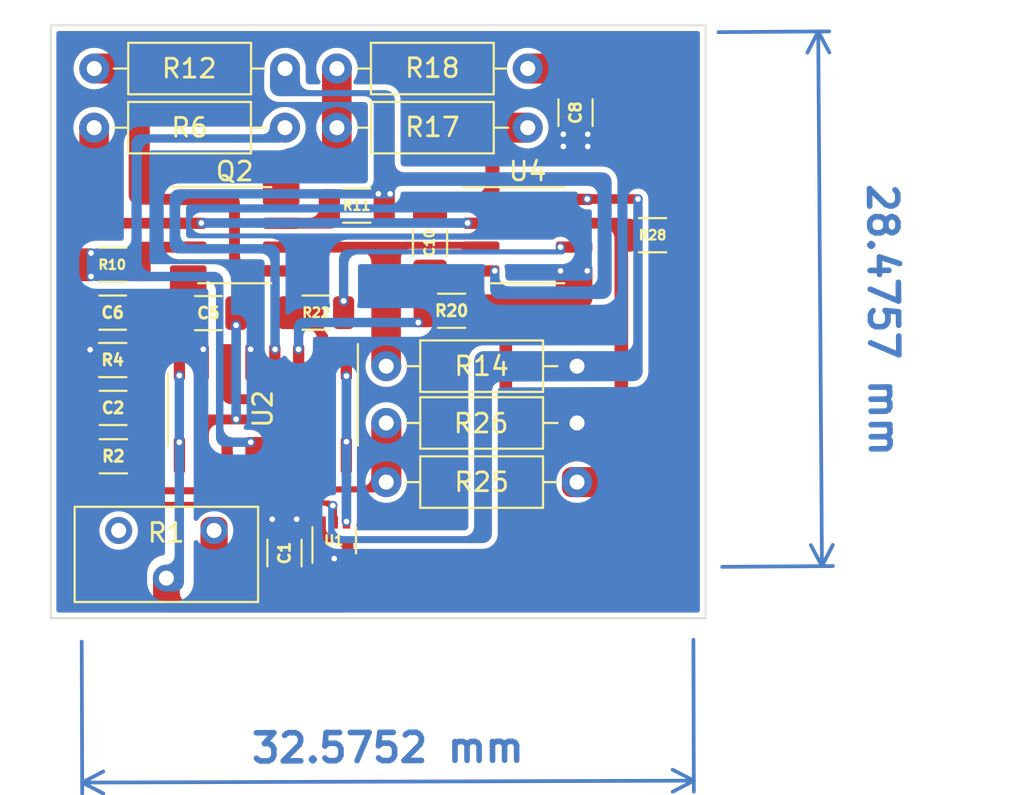
<source format=kicad_pcb>
(kicad_pcb (version 20211014) (generator pcbnew)
  (layers (0 "F.Cu" signal) (31 "B.Cu" signal) (34 "B.Paste" user) (35 "F.Paste" user) (36 "B.SilkS" user "B.Silkscreen") (37 "F.SilkS" user "F.Silkscreen") (38 "B.Mask" user) (39 "F.Mask" user) (44 "Edge.Cuts" user))
  (net 0 "")
  (net 1 "Net-(C2-Pad2)")
  (net 2 "Net-(C5-Pad1)")
  (net 3 "Net-(C5-Pad2)")
  (net 4 "Net-(C8-Pad1)")
  (net 5 "Net-(C10-Pad1)")
  (net 6 "Net-(C10-Pad2)")
  (net 7 "Net-(Q2-Pad1)")
  (net 8 "Net-(Q2-Pad2)")
  (net 9 "Net-(Q2-Pad3)")
  (net 10 "Net-(Q2-Pad6)")
  (net 11 "Net-(Q2-Pad7)")
  (net 12 "Net-(Q2-Pad8)")
  (net 13 "Net-(C1-Pad2)")
  (net 14 "-5V")
  (net 15 "Net-(R22-Pad1)")
  (net 16 "Net-(R22-Pad2)")
  (net 17 "Net-(R25-Pad1)")
  (net 18 "/S1")
  (net 19 "+5V")
  (net 20 "/S2")
  (net 21 "Net-(R25-Pad2)")
  (net 22 "GND")
  (footprint "Resistor_THT:R_Axial_DIN0207_L6.3mm_D2.5mm_P10.16mm_Horizontal" (layer "F.Cu") (at 230.08 132.575 180)
    (fp_text reference "R14" (at 5.08 0) (layer "F.SilkS"))
    (fp_text value "909" hide)
    (fp_line (start 8.35 1.37) (end 8.35 -1.37) (layer "F.SilkS") (width 0.12))
    (fp_line (start 1.81 1.37) (end 8.35 1.37) (layer "F.SilkS") (width 0.12))
    (fp_line (start 1.81 -1.37) (end 1.81 1.37) (layer "F.SilkS") (width 0.12))
    (fp_line (start 9.12 0) (end 8.35 0) (layer "F.SilkS") (width 0.12))
    (fp_line (start 1.04 0) (end 1.81 0) (layer "F.SilkS") (width 0.12))
    (fp_line (start 8.35 -1.37) (end 1.81 -1.37) (layer "F.SilkS") (width 0.12))
    (pad "1" thru_hole circle (at 0 0 180) (size 1.6 1.6) (drill 0.8) (layers *.Cu *.Mask) (net 19 "+5V"))
    (pad "2" thru_hole oval (at 10.16 0 180) (size 1.6 1.6) (drill 0.8) (layers *.Cu *.Mask) (net 10 "Net-(Q2-Pad6)"))
  )
  (footprint "Resistor_THT:R_Axial_DIN0207_L6.3mm_D2.5mm_P10.16mm_Horizontal" (layer "F.Cu") (at 214.525 119.875 180)
    (fp_text reference "R6" (at 5.075 0) (layer "F.SilkS"))
    (fp_text value "909" hide)
    (fp_line (start 1.81 -1.37) (end 1.81 1.37) (layer "F.SilkS") (width 0.12))
    (fp_line (start 1.81 1.37) (end 8.35 1.37) (layer "F.SilkS") (width 0.12))
    (fp_line (start 8.35 1.37) (end 8.35 -1.37) (layer "F.SilkS") (width 0.12))
    (fp_line (start 8.35 -1.37) (end 1.81 -1.37) (layer "F.SilkS") (width 0.12))
    (fp_line (start 1.04 0) (end 1.81 0) (layer "F.SilkS") (width 0.12))
    (fp_line (start 9.12 0) (end 8.35 0) (layer "F.SilkS") (width 0.12))
    (pad "1" thru_hole circle (at 0 0 180) (size 1.6 1.6) (drill 0.8) (layers *.Cu *.Mask) (net 19 "+5V"))
    (pad "2" thru_hole oval (at 10.16 0 180) (size 1.6 1.6) (drill 0.8) (layers *.Cu *.Mask) (net 8 "Net-(Q2-Pad2)"))
  )
  (footprint "Capacitor_SMD:C_1206_3216Metric" (layer "F.Cu") (at 230 119.075 -90)
    (fp_text reference "C8" (at 0 0 90) (layer "F.SilkS") (effects (font (size 0.6 0.6))))
    (fp_text value "1uF" hide)
    (fp_line (start -0.711252 0.91) (end 0.711252 0.91) (layer "F.SilkS") (width 0.12))
    (fp_line (start -0.711252 -0.91) (end 0.711252 -0.91) (layer "F.SilkS") (width 0.12))
    (pad "1" smd roundrect (at -1.475 0 270) (size 1.15 1.8) (layers "F.Cu" "F.Paste" "F.Mask") (roundrect_rratio 0.2173913043) (net 4 "Net-(C8-Pad1)"))
    (pad "2" smd roundrect (at 1.475 0 270) (size 1.15 1.8) (layers "F.Cu" "F.Paste" "F.Mask") (roundrect_rratio 0.2173913043) (net 22 "GND"))
  )
  (footprint "Resistor_SMD:R_1206_3216Metric" (layer "F.Cu") (at 216.1875 129.725)
    (fp_text reference "R22" (at 0 0) (layer "F.SilkS") (effects (font (size 0.5 0.5) (thickness 0.125))))
    (fp_text value "240k" hide)
    (fp_line (start -0.727064 -0.91) (end 0.727064 -0.91) (layer "F.SilkS") (width 0.12))
    (fp_line (start -0.727064 0.91) (end 0.727064 0.91) (layer "F.SilkS") (width 0.12))
    (pad "1" smd roundrect (at -1.4625 0) (size 1.125 1.75) (layers "F.Cu" "F.Paste" "F.Mask") (roundrect_rratio 0.2222222222) (net 15 "Net-(R22-Pad1)"))
    (pad "2" smd roundrect (at 1.4625 0) (size 1.125 1.75) (layers "F.Cu" "F.Paste" "F.Mask") (roundrect_rratio 0.2222222222) (net 16 "Net-(R22-Pad2)"))
  )
  (footprint "Resistor_SMD:R_1206_3216Metric" (layer "F.Cu") (at 205.35 132.25 180)
    (fp_text reference "R4" (at 0 0) (layer "F.SilkS") (effects (font (size 0.6 0.6))))
    (fp_text value "100K" hide)
    (fp_line (start -0.727064 -0.91) (end 0.727064 -0.91) (layer "F.SilkS") (width 0.12))
    (fp_line (start -0.727064 0.91) (end 0.727064 0.91) (layer "F.SilkS") (width 0.12))
    (pad "1" smd roundrect (at -1.4625 0 180) (size 1.125 1.75) (layers "F.Cu" "F.Paste" "F.Mask") (roundrect_rratio 0.2222222222) (net 3 "Net-(C5-Pad2)"))
    (pad "2" smd roundrect (at 1.4625 0 180) (size 1.125 1.75) (layers "F.Cu" "F.Paste" "F.Mask") (roundrect_rratio 0.2222222222) (net 22 "GND"))
  )
  (footprint "Potentiometer_THT:Potentiometer_Bourns_3296Y_Vertical" (layer "F.Cu") (at 210.75 141.325)
    (fp_text reference "R1" (at -2.55 0.125) (layer "F.SilkS"))
    (fp_text value "R_Trim" hide)
    (fp_line (start -7.425 3.81) (end 2.345 3.81) (layer "F.SilkS") (width 0.12))
    (fp_line (start -7.425 -1.26) (end 2.345 -1.26) (layer "F.SilkS") (width 0.12))
    (fp_line (start -7.425 -1.26) (end -7.425 3.81) (layer "F.SilkS") (width 0.12))
    (fp_line (start 2.345 -1.26) (end 2.345 3.81) (layer "F.SilkS") (width 0.12))
    (pad "1" thru_hole circle (at 0 0) (size 1.44 1.44) (drill 0.8) (layers *.Cu *.Mask) (net 13 "Net-(C1-Pad2)"))
    (pad "2" thru_hole circle (at -2.54 2.54) (size 1.44 1.44) (drill 0.8) (layers *.Cu *.Mask) (net 20 "/S2"))
    (pad "3" thru_hole circle (at -5.08 0) (size 1.44 1.44) (drill 0.8) (layers *.Cu *.Mask))
  )
  (footprint "Resistor_THT:R_Axial_DIN0207_L6.3mm_D2.5mm_P10.16mm_Horizontal" (layer "F.Cu") (at 230.08 138.75 180)
    (fp_text reference "R25" (at 5.08 0) (layer "F.SilkS"))
    (fp_text value "10k" hide)
    (fp_line (start 1.04 0) (end 1.81 0) (layer "F.SilkS") (width 0.12))
    (fp_line (start 8.35 -1.37) (end 1.81 -1.37) (layer "F.SilkS") (width 0.12))
    (fp_line (start 1.81 -1.37) (end 1.81 1.37) (layer "F.SilkS") (width 0.12))
    (fp_line (start 8.35 1.37) (end 8.35 -1.37) (layer "F.SilkS") (width 0.12))
    (fp_line (start 1.81 1.37) (end 8.35 1.37) (layer "F.SilkS") (width 0.12))
    (fp_line (start 9.12 0) (end 8.35 0) (layer "F.SilkS") (width 0.12))
    (pad "1" thru_hole circle (at 0 0 180) (size 1.6 1.6) (drill 0.8) (layers *.Cu *.Mask) (net 17 "Net-(R25-Pad1)"))
    (pad "2" thru_hole oval (at 10.16 0 180) (size 1.6 1.6) (drill 0.8) (layers *.Cu *.Mask) (net 21 "Net-(R25-Pad2)"))
  )
  (footprint "Package_SO:SOIC-8_3.9x4.9mm_P1.27mm" (layer "F.Cu") (at 227.45 125.6)
    (fp_text reference "U4" (at 0 -3.4) (layer "F.SilkS"))
    (fp_text value "ADA4522-2" hide)
    (fp_line (start 0 -2.56) (end -3.45 -2.56) (layer "F.SilkS") (width 0.12))
    (fp_line (start 0 2.56) (end -1.95 2.56) (layer "F.SilkS") (width 0.12))
    (fp_line (start 0 -2.56) (end 1.95 -2.56) (layer "F.SilkS") (width 0.12))
    (fp_line (start 0 2.56) (end 1.95 2.56) (layer "F.SilkS") (width 0.12))
    (pad "1" smd roundrect (at -2.475 -1.905) (size 1.95 0.6) (layers "F.Cu" "F.Paste" "F.Mask") (net 5 "Net-(C10-Pad1)"))
    (pad "2" smd roundrect (at -2.475 -0.635) (size 1.95 0.6) (layers "F.Cu" "F.Paste" "F.Mask") (net 8 "Net-(Q2-Pad2)"))
    (pad "3" smd roundrect (at -2.475 0.635) (size 1.95 0.6) (layers "F.Cu" "F.Paste" "F.Mask") (net 10 "Net-(Q2-Pad6)"))
    (pad "4" smd roundrect (at -2.475 1.905) (size 1.95 0.6) (layers "F.Cu" "F.Paste" "F.Mask") (net 14 "-5V"))
    (pad "5" smd roundrect (at 2.475 1.905) (size 1.95 0.6) (layers "F.Cu" "F.Paste" "F.Mask") (net 22 "GND"))
    (pad "6" smd roundrect (at 2.475 0.635) (size 1.95 0.6) (layers "F.Cu" "F.Paste" "F.Mask") (net 16 "Net-(R22-Pad2)"))
    (pad "7" smd roundrect (at 2.475 -0.635) (size 1.95 0.6) (layers "F.Cu" "F.Paste" "F.Mask") (net 17 "Net-(R25-Pad1)"))
    (pad "8" smd roundrect (at 2.475 -1.905) (size 1.95 0.6) (layers "F.Cu" "F.Paste" "F.Mask") (net 19 "+5V"))
  )
  (footprint "Package_SO:SOIC-16_3.9x9.9mm_P1.27mm" (layer "F.Cu") (at 213.35 134.85 -90)
    (fp_text reference "U2" (at 0 0 90) (layer "F.SilkS"))
    (fp_text value "DG412xY" hide)
    (fp_line (start 0 -5.06) (end 1.95 -5.06) (layer "F.SilkS") (width 0.12))
    (fp_line (start 0 5.06) (end 1.95 5.06) (layer "F.SilkS") (width 0.12))
    (fp_line (start 0 -5.06) (end -3.45 -5.06) (layer "F.SilkS") (width 0.12))
    (fp_line (start 0 5.06) (end -1.95 5.06) (layer "F.SilkS") (width 0.12))
    (pad "1" smd roundrect (at -2.475 -4.445 270) (size 1.95 0.6) (layers "F.Cu" "F.Paste" "F.Mask") (net 18 "/S1"))
    (pad "2" smd roundrect (at -2.475 -3.175 270) (size 1.95 0.6) (layers "F.Cu" "F.Paste" "F.Mask") (net 15 "Net-(R22-Pad1)"))
    (pad "3" smd roundrect (at -2.475 -1.905 270) (size 1.95 0.6) (layers "F.Cu" "F.Paste" "F.Mask") (net 6 "Net-(C10-Pad2)"))
    (pad "4" smd roundrect (at -2.475 -0.635 270) (size 1.95 0.6) (layers "F.Cu" "F.Paste" "F.Mask") (net 14 "-5V"))
    (pad "5" smd roundrect (at -2.475 0.635 270) (size 1.95 0.6) (layers "F.Cu" "F.Paste" "F.Mask") (net 22 "GND"))
    (pad "6" smd roundrect (at -2.475 1.905 270) (size 1.95 0.6) (layers "F.Cu" "F.Paste" "F.Mask") (net 15 "Net-(R22-Pad1)"))
    (pad "7" smd roundrect (at -2.475 3.175 270) (size 1.95 0.6) (layers "F.Cu" "F.Paste" "F.Mask") (net 22 "GND"))
    (pad "8" smd roundrect (at -2.475 4.445 270) (size 1.95 0.6) (layers "F.Cu" "F.Paste" "F.Mask") (net 20 "/S2"))
    (pad "9" smd roundrect (at 2.475 4.445 270) (size 1.95 0.6) (layers "F.Cu" "F.Paste" "F.Mask") (net 20 "/S2"))
    (pad "10" smd roundrect (at 2.475 3.175 270) (size 1.95 0.6) (layers "F.Cu" "F.Paste" "F.Mask") (net 2 "Net-(C5-Pad1)"))
    (pad "11" smd roundrect (at 2.475 1.905 270) (size 1.95 0.6) (layers "F.Cu" "F.Paste" "F.Mask") (net 1 "Net-(C2-Pad2)"))
    (pad "12" smd roundrect (at 2.475 0.635 270) (size 1.95 0.6) (layers "F.Cu" "F.Paste" "F.Mask") (net 19 "+5V"))
    (pad "13" smd roundrect (at 2.475 -0.635 270) (size 1.95 0.6) (layers "F.Cu" "F.Paste" "F.Mask") (net 19 "+5V"))
    (pad "14" smd roundrect (at 2.475 -1.905 270) (size 1.95 0.6) (layers "F.Cu" "F.Paste" "F.Mask") (net 21 "Net-(R25-Pad2)"))
    (pad "15" smd roundrect (at 2.475 -3.175 270) (size 1.95 0.6) (layers "F.Cu" "F.Paste" "F.Mask") (net 2 "Net-(C5-Pad1)"))
    (pad "16" smd roundrect (at 2.475 -4.445 270) (size 1.95 0.6) (layers "F.Cu" "F.Paste" "F.Mask") (net 18 "/S1"))
  )
  (footprint "Resistor_SMD:R_1206_3216Metric" (layer "F.Cu") (at 223.4 129.625)
    (fp_text reference "R20" (at 0 0) (layer "F.SilkS") (effects (font (size 0.6 0.6))))
    (fp_text value "100k" hide)
    (fp_line (start -0.727064 0.91) (end 0.727064 0.91) (layer "F.SilkS") (width 0.12))
    (fp_line (start -0.727064 -0.91) (end 0.727064 -0.91) (layer "F.SilkS") (width 0.12))
    (pad "1" smd roundrect (at -1.4625 0) (size 1.125 1.75) (layers "F.Cu" "F.Paste" "F.Mask") (roundrect_rratio 0.2222222222) (net 6 "Net-(C10-Pad2)"))
    (pad "2" smd roundrect (at 1.4625 0) (size 1.125 1.75) (layers "F.Cu" "F.Paste" "F.Mask") (roundrect_rratio 0.2222222222) (net 22 "GND"))
  )
  (footprint "Package_TO_SOT_SMD:SOT-363_SC-70-6" (layer "F.Cu") (at 217.15 141.85 90)
    (fp_text reference "U1" (at 0 -0.025 180) (layer "F.SilkS") (effects (font (size 0.5 0.5) (thickness 0.125))))
    (fp_text value "74LVC2G14" hide)
    (fp_line (start 0.7 -1.16) (end -1.2 -1.16) (layer "F.SilkS") (width 0.12))
    (fp_line (start -0.7 1.16) (end 0.7 1.16) (layer "F.SilkS") (width 0.12))
    (pad "1" smd rect (at -0.95 -0.65 90) (size 0.65 0.4) (layers "F.Cu" "F.Paste" "F.Mask") (net 13 "Net-(C1-Pad2)"))
    (pad "2" smd rect (at -0.95 0 90) (size 0.65 0.4) (layers "F.Cu" "F.Paste" "F.Mask") (net 22 "GND"))
    (pad "3" smd rect (at -0.95 0.65 90) (size 0.65 0.4) (layers "F.Cu" "F.Paste" "F.Mask") (net 20 "/S2"))
    (pad "4" smd rect (at 0.95 0.65 90) (size 0.65 0.4) (layers "F.Cu" "F.Paste" "F.Mask") (net 18 "/S1"))
    (pad "5" smd rect (at 0.95 0 90) (size 0.65 0.4) (layers "F.Cu" "F.Paste" "F.Mask") (net 19 "+5V"))
    (pad "6" smd rect (at 0.95 -0.65 90) (size 0.65 0.4) (layers "F.Cu" "F.Paste" "F.Mask") (net 20 "/S2"))
  )
  (footprint "Capacitor_SMD:C_1206_3216Metric" (layer "F.Cu") (at 205.375 134.8)
    (fp_text reference "C2" (at 0 0) (layer "F.SilkS") (effects (font (size 0.6 0.6))))
    (fp_text value ".47uF" hide)
    (fp_line (start -0.711252 0.91) (end 0.711252 0.91) (layer "F.SilkS") (width 0.12))
    (fp_line (start -0.711252 -0.91) (end 0.711252 -0.91) (layer "F.SilkS") (width 0.12))
    (pad "1" smd roundrect (at -1.475 0) (size 1.15 1.8) (layers "F.Cu" "F.Paste" "F.Mask") (roundrect_rratio 0.2173913043) (net 22 "GND"))
    (pad "2" smd roundrect (at 1.475 0) (size 1.15 1.8) (layers "F.Cu" "F.Paste" "F.Mask") (roundrect_rratio 0.2173913043) (net 1 "Net-(C2-Pad2)"))
  )
  (footprint "Resistor_SMD:R_1206_3216Metric" (layer "F.Cu") (at 218.35 124.025)
    (fp_text reference "R11" (at 0 0) (layer "F.SilkS") (effects (font (size 0.5 0.5) (thickness 0.125))))
    (fp_text value "100" hide)
    (fp_line (start -0.727064 0.91) (end 0.727064 0.91) (layer "F.SilkS") (width 0.12))
    (fp_line (start -0.727064 -0.91) (end 0.727064 -0.91) (layer "F.SilkS") (width 0.12))
    (pad "1" smd roundrect (at -1.4625 0) (size 1.125 1.75) (layers "F.Cu" "F.Paste" "F.Mask") (roundrect_rratio 0.2222222222) (net 11 "Net-(Q2-Pad7)"))
    (pad "2" smd roundrect (at 1.4625 0) (size 1.125 1.75) (layers "F.Cu" "F.Paste" "F.Mask") (roundrect_rratio 0.2222222222) (net 14 "-5V"))
  )
  (footprint "Package_SO:SOIC-8_3.9x4.9mm_P1.27mm" (layer "F.Cu") (at 211.85 125.6)
    (fp_text reference "Q2" (at 0 -3.4) (layer "F.SilkS"))
    (fp_text value "JFE2140" hide)
    (fp_line (start 0 2.56) (end -1.95 2.56) (layer "F.SilkS") (width 0.12))
    (fp_line (start 0 -2.56) (end -3.45 -2.56) (layer "F.SilkS") (width 0.12))
    (fp_line (start 0 2.56) (end 1.95 2.56) (layer "F.SilkS") (width 0.12))
    (fp_line (start 0 -2.56) (end 1.95 -2.56) (layer "F.SilkS") (width 0.12))
    (pad "1" smd roundrect (at -2.475 -1.905) (size 1.95 0.6) (layers "F.Cu" "F.Paste" "F.Mask") (net 7 "Net-(Q2-Pad1)"))
    (pad "2" smd roundrect (at -2.475 -0.635) (size 1.95 0.6) (layers "F.Cu" "F.Paste" "F.Mask") (net 8 "Net-(Q2-Pad2)"))
    (pad "3" smd roundrect (at -2.475 0.635) (size 1.95 0.6) (layers "F.Cu" "F.Paste" "F.Mask") (net 9 "Net-(Q2-Pad3)"))
    (pad "4" smd roundrect (at -2.475 1.905) (size 1.95 0.6) (layers "F.Cu" "F.Paste" "F.Mask") (net 3 "Net-(C5-Pad2)"))
    (pad "5" smd roundrect (at 2.475 1.905) (size 1.95 0.6) (layers "F.Cu" "F.Paste" "F.Mask") (net 7 "Net-(Q2-Pad1)"))
    (pad "6" smd roundrect (at 2.475 0.635) (size 1.95 0.6) (layers "F.Cu" "F.Paste" "F.Mask") (net 10 "Net-(Q2-Pad6)"))
    (pad "7" smd roundrect (at 2.475 -0.635) (size 1.95 0.6) (layers "F.Cu" "F.Paste" "F.Mask") (net 11 "Net-(Q2-Pad7)"))
    (pad "8" smd roundrect (at 2.475 -1.905) (size 1.95 0.6) (layers "F.Cu" "F.Paste" "F.Mask") (net 12 "Net-(Q2-Pad8)"))
  )
  (footprint "Resistor_THT:R_Axial_DIN0207_L6.3mm_D2.5mm_P10.16mm_Horizontal" (layer "F.Cu") (at 204.37 116.725)
    (fp_text reference "R12" (at 5.055 0) (layer "F.SilkS"))
    (fp_text value "499" hide)
    (fp_line (start 1.81 -1.37) (end 1.81 1.37) (layer "F.SilkS") (width 0.12))
    (fp_line (start 1.04 0) (end 1.81 0) (layer "F.SilkS") (width 0.12))
    (fp_line (start 8.35 -1.37) (end 1.81 -1.37) (layer "F.SilkS") (width 0.12))
    (fp_line (start 8.35 1.37) (end 8.35 -1.37) (layer "F.SilkS") (width 0.12))
    (fp_line (start 1.81 1.37) (end 8.35 1.37) (layer "F.SilkS") (width 0.12))
    (fp_line (start 9.12 0) (end 8.35 0) (layer "F.SilkS") (width 0.12))
    (pad "1" thru_hole circle (at 0 0) (size 1.6 1.6) (drill 0.8) (layers *.Cu *.Mask) (net 7 "Net-(Q2-Pad1)"))
    (pad "2" thru_hole oval (at 10.16 0) (size 1.6 1.6) (drill 0.8) (layers *.Cu *.Mask) (net 14 "-5V"))
  )
  (footprint "Resistor_SMD:R_1206_3216Metric" (layer "F.Cu") (at 205.3875 137.375)
    (fp_text reference "R2" (at 0 0) (layer "F.SilkS") (effects (font (size 0.6 0.6))))
    (fp_text value "3K" hide)
    (fp_line (start -0.727064 -0.91) (end 0.727064 -0.91) (layer "F.SilkS") (width 0.12))
    (fp_line (start -0.727064 0.91) (end 0.727064 0.91) (layer "F.SilkS") (width 0.12))
    (pad "1" smd roundrect (at -1.4625 0) (size 1.125 1.75) (layers "F.Cu" "F.Paste" "F.Mask") (roundrect_rratio 0.2222222222))
    (pad "2" smd roundrect (at 1.4625 0) (size 1.125 1.75) (layers "F.Cu" "F.Paste" "F.Mask") (roundrect_rratio 0.2222222222) (net 1 "Net-(C2-Pad2)"))
  )
  (footprint "Resistor_THT:R_Axial_DIN0207_L6.3mm_D2.5mm_P10.16mm_Horizontal" (layer "F.Cu") (at 227.455 119.875 180)
    (fp_text reference "R17" (at 5.075 0.025) (layer "F.SilkS"))
    (fp_text value "5M" hide)
    (fp_line (start 8.35 -1.37) (end 1.81 -1.37) (layer "F.SilkS") (width 0.12))
    (fp_line (start 1.81 -1.37) (end 1.81 1.37) (layer "F.SilkS") (width 0.12))
    (fp_line (start 8.35 1.37) (end 8.35 -1.37) (layer "F.SilkS") (width 0.12))
    (fp_line (start 1.81 1.37) (end 8.35 1.37) (layer "F.SilkS") (width 0.12))
    (fp_line (start 9.12 0) (end 8.35 0) (layer "F.SilkS") (width 0.12))
    (fp_line (start 1.04 0) (end 1.81 0) (layer "F.SilkS") (width 0.12))
    (pad "1" thru_hole circle (at 0 0 180) (size 1.6 1.6) (drill 0.8) (layers *.Cu *.Mask) (net 5 "Net-(C10-Pad1)"))
    (pad "2" thru_hole oval (at 10.16 0 180) (size 1.6 1.6) (drill 0.8) (layers *.Cu *.Mask) (net 12 "Net-(Q2-Pad8)"))
  )
  (footprint "Resistor_THT:R_Axial_DIN0207_L6.3mm_D2.5mm_P10.16mm_Horizontal" (layer "F.Cu") (at 219.92 135.6)
    (fp_text reference "R26" (at 5.05 0.025) (layer "F.SilkS"))
    (fp_text value "10" hide)
    (fp_line (start 8.35 -1.37) (end 1.81 -1.37) (layer "F.SilkS") (width 0.12))
    (fp_line (start 1.81 1.37) (end 8.35 1.37) (layer "F.SilkS") (width 0.12))
    (fp_line (start 1.04 0) (end 1.81 0) (layer "F.SilkS") (width 0.12))
    (fp_line (start 9.12 0) (end 8.35 0) (layer "F.SilkS") (width 0.12))
    (fp_line (start 8.35 1.37) (end 8.35 -1.37) (layer "F.SilkS") (width 0.12))
    (fp_line (start 1.81 -1.37) (end 1.81 1.37) (layer "F.SilkS") (width 0.12))
    (pad "1" thru_hole circle (at 0 0) (size 1.6 1.6) (drill 0.8) (layers *.Cu *.Mask) (net 21 "Net-(R25-Pad2)"))
    (pad "2" thru_hole oval (at 10.16 0) (size 1.6 1.6) (drill 0.8) (layers *.Cu *.Mask) (net 22 "GND"))
  )
  (footprint "Capacitor_SMD:C_1206_3216Metric" (layer "F.Cu") (at 214.5 142.525 -90)
    (fp_text reference "C1" (at 0 0 90) (layer "F.SilkS") (effects (font (size 0.6 0.6))))
    (fp_text value ".47uF" hide)
    (fp_line (start -0.711252 -0.91) (end 0.711252 -0.91) (layer "F.SilkS") (width 0.12))
    (fp_line (start -0.711252 0.91) (end 0.711252 0.91) (layer "F.SilkS") (width 0.12))
    (pad "1" smd roundrect (at -1.475 0 270) (size 1.15 1.8) (layers "F.Cu" "F.Paste" "F.Mask") (roundrect_rratio 0.2173913043) (net 22 "GND"))
    (pad "2" smd roundrect (at 1.475 0 270) (size 1.15 1.8) (layers "F.Cu" "F.Paste" "F.Mask") (roundrect_rratio 0.2173913043) (net 13 "Net-(C1-Pad2)"))
  )
  (footprint "Capacitor_SMD:C_1206_3216Metric" (layer "F.Cu") (at 222.25 126 -90)
    (fp_text reference "C10" (at 0 0.025 90) (layer "F.SilkS") (effects (font (size 0.5 0.5) (thickness 0.125))))
    (fp_text value "1uF" hide)
    (fp_line (start -0.711252 -0.91) (end 0.711252 -0.91) (layer "F.SilkS") (width 0.12))
    (fp_line (start -0.711252 0.91) (end 0.711252 0.91) (layer "F.SilkS") (width 0.12))
    (pad "1" smd roundrect (at -1.475 0 270) (size 1.15 1.8) (layers "F.Cu" "F.Paste" "F.Mask") (roundrect_rratio 0.2173913043) (net 5 "Net-(C10-Pad1)"))
    (pad "2" smd roundrect (at 1.475 0 270) (size 1.15 1.8) (layers "F.Cu" "F.Paste" "F.Mask") (roundrect_rratio 0.2173913043) (net 6 "Net-(C10-Pad2)"))
  )
  (footprint "Capacitor_SMD:C_1206_3216Metric" (layer "F.Cu") (at 210.45 129.75 180)
    (fp_text reference "C5" (at 0 0) (layer "F.SilkS") (effects (font (size 0.6 0.6))))
    (fp_text value "1uF" hide)
    (fp_line (start -0.711252 -0.91) (end 0.711252 -0.91) (layer "F.SilkS") (width 0.12))
    (fp_line (start -0.711252 0.91) (end 0.711252 0.91) (layer "F.SilkS") (width 0.12))
    (pad "1" smd roundrect (at -1.475 0 180) (size 1.15 1.8) (layers "F.Cu" "F.Paste" "F.Mask") (roundrect_rratio 0.2173913043) (net 2 "Net-(C5-Pad1)"))
    (pad "2" smd roundrect (at 1.475 0 180) (size 1.15 1.8) (layers "F.Cu" "F.Paste" "F.Mask") (roundrect_rratio 0.2173913043) (net 3 "Net-(C5-Pad2)"))
  )
  (footprint "Resistor_SMD:R_1206_3216Metric" (layer "F.Cu") (at 205.35 127.175)
    (fp_text reference "R10" (at -0.025 0) (layer "F.SilkS") (effects (font (size 0.5 0.5) (thickness 0.125))))
    (fp_text value "100" hide)
    (fp_line (start -0.727064 -0.91) (end 0.727064 -0.91) (layer "F.SilkS") (width 0.12))
    (fp_line (start -0.727064 0.91) (end 0.727064 0.91) (layer "F.SilkS") (width 0.12))
    (pad "1" smd roundrect (at -1.4625 0) (size 1.125 1.75) (layers "F.Cu" "F.Paste" "F.Mask") (roundrect_rratio 0.2222222222) (net 19 "+5V"))
    (pad "2" smd roundrect (at 1.4625 0) (size 1.125 1.75) (layers "F.Cu" "F.Paste" "F.Mask") (roundrect_rratio 0.2222222222) (net 9 "Net-(Q2-Pad3)"))
  )
  (footprint "Capacitor_SMD:C_1206_3216Metric" (layer "F.Cu") (at 205.35 129.725)
    (fp_text reference "C6" (at 0 0) (layer "F.SilkS") (effects (font (size 0.6 0.6))))
    (fp_text value ".47uF" hide)
    (fp_line (start -0.711252 -0.91) (end 0.711252 -0.91) (layer "F.SilkS") (width 0.12))
    (fp_line (start -0.711252 0.91) (end 0.711252 0.91) (layer "F.SilkS") (width 0.12))
    (pad "1" smd roundrect (at -1.475 0) (size 1.15 1.8) (layers "F.Cu" "F.Paste" "F.Mask") (roundrect_rratio 0.2173913043) (net 22 "GND"))
    (pad "2" smd roundrect (at 1.475 0) (size 1.15 1.8) (layers "F.Cu" "F.Paste" "F.Mask") (roundrect_rratio 0.2173913043) (net 3 "Net-(C5-Pad2)"))
  )
  (footprint "Resistor_THT:R_Axial_DIN0207_L6.3mm_D2.5mm_P10.16mm_Horizontal" (layer "F.Cu") (at 217.295 116.725)
    (fp_text reference "R18" (at 5.08 -0.025) (layer "F.SilkS"))
    (fp_text value "10K" hide)
    (fp_line (start 9.12 0) (end 8.35 0) (layer "F.SilkS") (width 0.12))
    (fp_line (start 8.35 -1.37) (end 1.81 -1.37) (layer "F.SilkS") (width 0.12))
    (fp_line (start 1.81 -1.37) (end 1.81 1.37) (layer "F.SilkS") (width 0.12))
    (fp_line (start 8.35 1.37) (end 8.35 -1.37) (layer "F.SilkS") (width 0.12))
    (fp_line (start 1.81 1.37) (end 8.35 1.37) (layer "F.SilkS") (width 0.12))
    (fp_line (start 1.04 0) (end 1.81 0) (layer "F.SilkS") (width 0.12))
    (pad "1" thru_hole circle (at 0 0) (size 1.6 1.6) (drill 0.8) (layers *.Cu *.Mask) (net 12 "Net-(Q2-Pad8)"))
    (pad "2" thru_hole oval (at 10.16 0) (size 1.6 1.6) (drill 0.8) (layers *.Cu *.Mask) (net 4 "Net-(C8-Pad1)"))
  )
  (footprint "Resistor_SMD:R_1206_3216Metric" (layer "F.Cu") (at 234.1 125.6)
    (fp_text reference "R28" (at 0 0) (layer "F.SilkS") (effects (font (size 0.5 0.5) (thickness 0.125))))
    (fp_text value "100" hide)
    (fp_line (start -0.727064 0.91) (end 0.727064 0.91) (layer "F.SilkS") (width 0.12))
    (fp_line (start -0.727064 -0.91) (end 0.727064 -0.91) (layer "F.SilkS") (width 0.12))
    (pad "1" smd roundrect (at -1.4625 0) (size 1.125 1.75) (layers "F.Cu" "F.Paste" "F.Mask") (roundrect_rratio 0.2222222222) (net 17 "Net-(R25-Pad1)"))
    (pad "2" smd roundrect (at 1.4625 0) (size 1.125 1.75) (layers "F.Cu" "F.Paste" "F.Mask") (roundrect_rratio 0.2222222222))
  )
  (gr_rect (start 236.925 146) (end 202.05 114.425) (layer "Edge.Cuts") (width 0.1) (fill none))
  (dimension (type aligned) (layer "B.Cu") (pts (xy 236.27543 146.646239) (xy 203.70043 146.746239)) (height -8.003799) (gr_text "32,5752 mm" (at 220.006974 152.900008 0.1758882564) (layer "B.Cu") (effects (font (size 1.5 1.5) (thickness 0.3)))) (format (units 3) (units_format 1) (precision 4)) (style (thickness 0.2) (arrow_length 1.27) (text_position_mode 0) (extension_height 0.58642) (extension_offset 0.5) keep_text_aligned))
  (dimension (type aligned) (layer "B.Cu") (pts (xy 237.310537 143.265839) (xy 237.110537 114.790839)) (height 5.814606) (gr_text "28,4757 mm" (at 246.385537 130.115839 -89.59757796) (layer "B.Cu") (effects (font (size 1.5 1.5) (thickness 0.3)))) (format (units 3) (units_format 1) (precision 4)) (style (thickness 0.2) (arrow_length 1.27) (text_position_mode 2) (extension_height 0.58642) (extension_offset 0.5) keep_text_aligned))
  (segment (start 211.445 137.325) (end 211.445 137.887013) (width 0.512) (layer "F.Cu") (net 1))
  (segment (start 206.825 137.875) (end 206.825 137.35) (width 0.512) (layer "F.Cu") (net 1))
  (segment (start 206.8 134.9125) (end 206.8125 134.9) (width 0.512) (layer "F.Cu") (net 1))
  (segment (start 210.175 136.762987) (end 210.175 137.325) (width 0.512) (layer "F.Cu") (net 2))
  (via (at 211.925 130.4) (size 0.5) (drill 0.3) (layers "F.Cu" "B.Cu") (net 2))
  (via (at 211.925 135.4) (size 0.5) (drill 0.3) (layers "F.Cu" "B.Cu") (net 2))
  (segment (start 211.925 135.4) (end 211.925 130.4) (width 0.512) (layer "B.Cu") (net 2))
  (segment (start 208.95 129.725) (end 208.975 129.75) (width 0.512) (layer "F.Cu") (net 3))
  (segment (start 206.8375 129.7375) (end 206.825 129.725) (width 0.512) (layer "F.Cu") (net 3))
  (segment (start 221.9375 129.625) (end 221.9375 127.7875) (width 0.512) (layer "F.Cu") (net 6))
  (segment (start 215.255 132.375) (end 215.255 131.68) (width 0.512) (layer "F.Cu") (net 6))
  (segment (start 215.255 131.68) (end 215.25 131.675) (width 0.512) (layer "F.Cu") (net 6))
  (segment (start 221.9375 127.7875) (end 222.25 127.475) (width 0.512) (layer "F.Cu") (net 6))
  (via (at 221.625 130.25) (size 0.5) (drill 0.3) (layers "F.Cu" "B.Cu") (net 6))
  (via (at 215.25 131.675) (size 0.5) (drill 0.3) (layers "F.Cu" "B.Cu") (net 6))
  (via (at 210.075 124.95) (size 0.5) (drill 0.3) (layers "F.Cu" "B.Cu") (net 8))
  (via (at 224.25 124.95) (size 0.5) (drill 0.3) (layers "F.Cu" "B.Cu") (net 8))
  (segment (start 224.25 124.95) (end 210.075 124.95) (width 0.512) (layer "B.Cu") (net 8))
  (via (at 219.5 123.4) (size 0.5) (drill 0.3) (layers "F.Cu" "B.Cu") (net 14))
  (via (at 214 131.675) (size 0.5) (drill 0.3) (layers "F.Cu" "B.Cu") (net 14))
  (via (at 220.125 123.4) (size 0.5) (drill 0.3) (layers "F.Cu" "B.Cu") (net 14))
  (via (at 225.7 127.5) (size 0.5) (drill 0.3) (layers "F.Cu" "B.Cu") (net 14))
  (segment (start 211.445 132.375) (end 211.445 132.937013) (width 0.512) (layer "F.Cu") (net 15))
  (via (at 229.2 126.235) (size 0.5) (drill 0.3) (layers "F.Cu" "B.Cu") (net 16))
  (via (at 217.65 129.1) (size 0.5) (drill 0.3) (layers "F.Cu" "B.Cu") (net 16))
  (segment (start 229.9 124.965) (end 230.462013 124.965) (width 0.512) (layer "F.Cu") (net 17))
  (segment (start 217.8 140.9) (end 217.8 140.85) (width 0.25) (layer "F.Cu") (net 18))
  (via (at 217.8 140.85) (size 0.5) (drill 0.3) (layers "F.Cu" "B.Cu") (net 18))
  (via (at 217.8 136.6) (size 0.5) (drill 0.3) (layers "F.Cu" "B.Cu") (net 18))
  (via (at 217.8 133.1) (size 0.5) (drill 0.3) (layers "F.Cu" "B.Cu") (net 18))
  (segment (start 217.8 136.6) (end 217.8 140.85) (width 0.512) (layer "B.Cu") (net 18))
  (segment (start 217.8 133.1) (end 217.8 136.6) (width 0.512) (layer "B.Cu") (net 18))
  (segment (start 230.625 123.675) (end 233.325 123.675) (width 0.512) (layer "F.Cu") (net 19))
  (via (at 233.325 123.675) (size 0.5) (drill 0.3) (layers "F.Cu" "B.Cu") (net 19))
  (via (at 204.2 126.55) (size 0.5) (drill 0.3) (layers "F.Cu" "B.Cu") (net 19))
  (via (at 212.7 136.625) (size 0.5) (drill 0.3) (layers "F.Cu" "B.Cu") (net 19))
  (via (at 230.625 123.675) (size 0.5) (drill 0.3) (layers "F.Cu" "B.Cu") (net 19))
  (via (at 204.2 127.8) (size 0.5) (drill 0.3) (layers "F.Cu" "B.Cu") (net 19))
  (via (at 217.075 140) (size 0.5) (drill 0.3) (layers "F.Cu" "B.Cu") (net 19))
  (segment (start 208.905 136.63) (end 208.905 137.325) (width 0.512) (layer "F.Cu") (net 20))
  (segment (start 208.9 136.625) (end 208.905 136.63) (width 0.512) (layer "F.Cu") (net 20))
  (via (at 208.9 136.625) (size 0.5) (drill 0.3) (layers "F.Cu" "B.Cu") (net 20))
  (via (at 208.9 133.075) (size 0.5) (drill 0.3) (layers "F.Cu" "B.Cu") (net 20))
  (segment (start 215.255 137.325) (end 215.255 137.887013) (width 0.512) (layer "F.Cu") (net 21))
  (segment (start 203.9125 129.7625) (end 203.875 129.725) (width 0.512) (layer "F.Cu") (net 22))
  (segment (start 203.9 132.2625) (end 203.9125 132.25) (width 0.512) (layer "F.Cu") (net 22))
  (via (at 213.85 140.725) (size 0.5) (drill 0.3) (layers "F.Cu" "B.Cu") (net 22))
  (via (at 229.2 127.5) (size 0.5) (drill 0.3) (layers "F.Cu" "B.Cu") (net 22))
  (via (at 230.625 127.5) (size 0.5) (drill 0.3) (layers "F.Cu" "B.Cu") (net 22))
  (via (at 210.175 131.675) (size 0.5) (drill 0.3) (layers "F.Cu" "B.Cu") (net 22))
  (via (at 229.35 120.875) (size 0.5) (drill 0.3) (layers "F.Cu" "B.Cu") (net 22))
  (via (at 212.7 131.675) (size 0.5) (drill 0.3) (layers "F.Cu" "B.Cu") (net 22))
  (via (at 215.15 140.725) (size 0.5) (drill 0.3) (layers "F.Cu" "B.Cu") (net 22))
  (via (at 204.15 131.7) (size 0.5) (drill 0.3) (layers "F.Cu" "B.Cu") (net 22))
  (via (at 230.65 120.225) (size 0.5) (drill 0.3) (layers "F.Cu" "B.Cu") (net 22))
  (via (at 229.35 120.225) (size 0.5) (drill 0.3) (layers "F.Cu" "B.Cu") (net 22))
  (via (at 230.65 120.875) (size 0.5) (drill 0.3) (layers "F.Cu" "B.Cu") (net 22))
  (via (at 217.15 142.825) (size 0.5) (drill 0.3) (layers "F.Cu" "B.Cu") (net 22))
  (segment (start 204.15 131.7) (end 204.175 131.675) (width 0.512) (layer "B.Cu") (net 22))
  (zone (net 10) (net_name "Net-(Q2-Pad6)") (layer "F.Cu") (priority 1) (connect_pads yes (clearance 0.508)) (min_thickness 0.254) (fill yes (thermal_gap 0.508) (thermal_bridge_width 0.508) (smoothing fillet) (radius 0.5))
    (polygon (pts (xy 224.55 126.525) (xy 224 126.525) (xy 224 126.325) (xy 220.7 126.325) (xy 220.7 133.05) (xy 219.125 133.05) (xy 219.125 126.525) (xy 214.125 126.525) (xy 214.125 125.95) (xy 224.55 125.95)))
  )
  (zone (net 5) (net_name "Net-(C10-Pad1)") (layer "F.Cu") (priority 1) (connect_pads yes (clearance 0.508)) (min_thickness 0.254) (fill yes (thermal_gap 0.508) (thermal_bridge_width 0.508) (smoothing fillet) (radius 0.5))
    (polygon (pts (xy 227.925 120.675) (xy 225.95 120.675) (xy 225.95 123.975) (xy 223.15 123.975) (xy 223.15 125.1) (xy 221.35 125.1) (xy 221.35 123.375) (xy 225.2 123.375) (xy 225.2 119.075) (xy 226.65 119.075) (xy 227.925 119.075)))
  )
  (zone (net 2) (net_name "Net-(C5-Pad1)") (layer "F.Cu") (priority 1) (connect_pads yes (clearance 0.508)) (min_thickness 0.254) (fill yes (thermal_gap 0.508) (thermal_bridge_width 0.508) (smoothing fillet) (radius 0.5))
    (polygon (pts (xy 216.825 137.625) (xy 216.225 137.625) (xy 216.225 135.675) (xy 210.475 135.675) (xy 210.475 137.625) (xy 209.875 137.625) (xy 209.875 135.15) (xy 216.825 135.15)))
  )
  (zone (net 20) (net_name "/S2") (layer "F.Cu") (priority 1) (connect_pads yes (clearance 0.254)) (min_thickness 0.254) (fill yes (thermal_gap 0.508) (thermal_bridge_width 0.508) (smoothing fillet) (radius 0.5))
    (polygon (pts (xy 208.925 145.15) (xy 217.6 145.15) (xy 217.6 141.95) (xy 216.3 141.95) (xy 216.3 140.725) (xy 216.7 140.725) (xy 216.7 141.65) (xy 218.175 141.65) (xy 218.175 145.7) (xy 207.5 145.7) (xy 207.5 143.325) (xy 208.925 143.325)))
  )
  (zone (net 19) (net_name "+5V") (layer "F.Cu") (priority 1) (connect_pads yes (clearance 0.254)) (min_thickness 0.254) (fill yes (thermal_gap 0.508) (thermal_bridge_width 0.508) (smoothing fillet) (radius 0.5))
    (polygon (pts (xy 214.275 139.725) (xy 217.3 139.725) (xy 217.3 140.95) (xy 217.025 140.95) (xy 217.025 140) (xy 213.9 140) (xy 213.9 138.3) (xy 212.425 138.3) (xy 212.425 136.35) (xy 214.275 136.35)))
  )
  (zone (net 7) (net_name "Net-(Q2-Pad1)") (layer "F.Cu") (priority 1) (connect_pads yes (clearance 0.508)) (min_thickness 0.254) (fill yes (thermal_gap 0.508) (thermal_bridge_width 0.508) (smoothing fillet) (radius 0.5))
    (polygon (pts (xy 207.325 123.4) (xy 212.128624 123.400159) (xy 212.12859 127.2) (xy 214.428585 127.200019) (xy 214.42858 127.800088) (xy 211.54996 127.800063) (xy 211.55 123.975152) (xy 206.203732 123.975096) (xy 206.202824 117.524947) (xy 203.849999 117.525) (xy 203.828913 115.925366) (xy 207.328588 115.925076)))
  )
  (zone (net 21) (net_name "Net-(R25-Pad2)") (layer "F.Cu") (priority 1) (connect_pads yes (clearance 0.4)) (min_thickness 0.254) (fill yes (thermal_gap 0.508) (thermal_bridge_width 0.508) (smoothing fillet) (radius 0.5))
    (polygon (pts (xy 220.725 139.3) (xy 214.95 139.3) (xy 214.95 136.725) (xy 215.55 136.725) (xy 215.55 138.975) (xy 219.125 138.975) (xy 219.125 135.2) (xy 220.725 135.2)))
  )
  (zone (net 12) (net_name "Net-(Q2-Pad8)") (layer "F.Cu") (priority 1) (connect_pads yes (clearance 0.508)) (min_thickness 0.254) (fill yes (thermal_gap 0.508) (thermal_bridge_width 0.508) (smoothing fillet) (radius 0.5))
    (polygon (pts (xy 218.075 122.35) (xy 215.3 122.35) (xy 215.3 124) (xy 213.35 124) (xy 213.35 121.65) (xy 216.5 121.65) (xy 216.5 116.4) (xy 218.075 116.4)))
  )
  (zone (net 22) (net_name "GND") (layer "F.Cu") (priority 1) (connect_pads yes (clearance 0.508)) (min_thickness 0.254) (fill yes (thermal_gap 0.508) (thermal_bridge_width 0.508) (smoothing fillet) (radius 0.5))
    (polygon (pts (xy 204.448411 133.895825) (xy 205.5 133.9) (xy 205.500117 139.800156) (xy 213.638197 139.8) (xy 213.637561 140.066351) (xy 203.331617 140.075) (xy 203.325 128.825) (xy 204.45 128.825)))
  )
  (zone (net 13) (net_name "Net-(C1-Pad2)") (layer "F.Cu") (priority 1) (connect_pads yes (clearance 0.508)) (min_thickness 0.254) (fill yes (thermal_gap 0.508) (thermal_bridge_width 0.508) (smoothing fillet) (radius 0.5))
    (polygon (pts (xy 211.475 142.475) (xy 216.75 142.475) (xy 216.75 143.125) (xy 215.4 143.125) (xy 215.4 144.575) (xy 210.025 144.575) (xy 210.025 142.55) (xy 210.025 140.6) (xy 211.475 140.6)))
  )
  (zone (net 9) (net_name "Net-(Q2-Pad3)") (layer "F.Cu") (priority 1) (connect_pads yes (clearance 0.508)) (min_thickness 0.254) (fill yes (thermal_gap 0.508) (thermal_bridge_width 0.508) (smoothing fillet) (radius 0.5))
    (polygon (pts (xy 206.25 125.95) (xy 209.75 125.95) (xy 209.75 126.525) (xy 207.35 126.525) (xy 207.35 128.025) (xy 206.25 128.025)))
  )
  (zone (net 8) (net_name "Net-(Q2-Pad2)") (layer "F.Cu") (priority 1) (connect_pads yes (clearance 0.508)) (min_thickness 0.254) (fill yes (thermal_gap 0.508) (thermal_bridge_width 0.508) (smoothing fillet) (radius 0.5))
    (polygon (pts (xy 205.144453 124.681696) (xy 209.5 124.675) (xy 209.5 125.25) (xy 203.575 125.25) (xy 203.573929 119.324998) (xy 205.15 119.324974)))
  )
  (zone (net 17) (net_name "Net-(R25-Pad1)") (layer "F.Cu") (priority 1) (connect_pads yes (clearance 0.508)) (min_thickness 0.254) (fill yes (thermal_gap 0.508) (thermal_bridge_width 0.508) (smoothing fillet) (radius 0.5))
    (polygon (pts (xy 232.8 139.55) (xy 229.275 139.55) (xy 229.275 137.95) (xy 232.075 137.95) (xy 232.075 125.250284) (xy 229.05 125.25) (xy 229.05 124.675) (xy 232.8 124.675)))
  )
  (zone (net 11) (net_name "Net-(Q2-Pad7)") (layer "F.Cu") (priority 1) (connect_pads yes (clearance 0.508)) (min_thickness 0.254) (fill yes (thermal_gap 0.508) (thermal_bridge_width 0.508) (smoothing fillet) (radius 0.5))
    (polygon (pts (xy 217.45 125.25) (xy 213.95 125.25) (xy 213.95 124.675) (xy 216.35 124.675) (xy 216.35 123.175) (xy 217.45 123.175)))
  )
  (zone (net 4) (net_name "Net-(C8-Pad1)") (layer "F.Cu") (priority 1) (connect_pads yes (clearance 0.508)) (min_thickness 0.254) (fill yes (thermal_gap 0.508) (thermal_bridge_width 0.508) (smoothing fillet) (radius 0.5))
    (polygon (pts (xy 230.9 118.175) (xy 229.1 118.175) (xy 229.1 117.525) (xy 227 117.525) (xy 227 115.925) (xy 230.9 115.925)))
  )
  (zone (net 1) (net_name "Net-(C2-Pad2)") (layer "F.Cu") (priority 1) (connect_pads yes (clearance 0.508)) (min_thickness 0.254) (fill yes (thermal_gap 0.508) (thermal_bridge_width 0.508) (smoothing fillet) (radius 0.5))
    (polygon (pts (xy 207.425 139.025) (xy 211.175 139.025) (xy 211.175 136.9) (xy 211.75 136.9) (xy 211.75 139.4) (xy 206.275 139.4) (xy 206.275 133.9) (xy 207.425 133.9)))
  )
  (zone (net 15) (net_name "Net-(R22-Pad1)") (layer "F.Cu") (priority 1) (connect_pads yes (clearance 0.508)) (min_thickness 0.254) (fill yes (thermal_gap 0.508) (thermal_bridge_width 0.508) (smoothing fillet) (radius 0.5))
    (polygon (pts (xy 211.75 134.075) (xy 216.225 134.075) (xy 216.225 130.6) (xy 214.15 130.6) (xy 214.15 128.85) (xy 216.825 128.85) (xy 216.825 134.6) (xy 211.15 134.6) (xy 211.15 132.225) (xy 211.75 132.225)))
  )
  (zone (net 22) (net_name "GND") (layer "F.Cu") (priority 1) (connect_pads yes (clearance 0.4)) (min_thickness 0.254) (fill yes (thermal_gap 0.508) (thermal_bridge_width 0.508) (smoothing fillet) (radius 0.5))
    (polygon (pts (xy 230.9 129.475) (xy 226.625 129.475) (xy 226.625 134.8) (xy 230.525 134.8) (xy 230.525 136.4) (xy 225.95 136.4) (xy 225.95 130.525) (xy 224.175 130.525) (xy 224.175 128.75) (xy 228.95 128.75) (xy 228.95 127.2) (xy 230.9 127.2)))
  )
  (zone (net 3) (net_name "Net-(C5-Pad2)") (layer "F.Cu") (priority 1) (connect_pads yes (clearance 0.508)) (min_thickness 0.254) (fill yes (thermal_gap 0.508) (thermal_bridge_width 0.508) (smoothing fillet) (radius 0.5))
    (polygon (pts (xy 210.35 128.85) (xy 209.550604 128.85) (xy 209.550098 130.649772) (xy 207.375 130.65) (xy 207.375 133.1) (xy 206.25 133.1) (xy 206.25 128.825) (xy 208.4 128.825) (xy 208.400961 127.274988) (xy 210.350961 127.275)))
  )
  (zone (net 20) (net_name "/S2") (layer "B.Cu") (priority 1) (connect_pads yes (clearance 0.508)) (min_thickness 0.254) (fill yes (thermal_gap 0.508) (thermal_bridge_width 0.508) (smoothing fillet) (radius 0.5))
    (polygon (pts (xy 209.15 144.575) (xy 207.7 144.575) (xy 207.7 143.15) (xy 208.65 143.15) (xy 208.65 132.85) (xy 209.15 132.85)))
  )
  (zone (net 6) (net_name "Net-(C10-Pad2)") (layer "B.Cu") (priority 1) (connect_pads yes (clearance 0.508)) (min_thickness 0.254) (fill yes (thermal_gap 0.508) (thermal_bridge_width 0.508) (smoothing fillet) (radius 0.5))
    (polygon (pts (xy 221.875 130.5) (xy 215.5 130.5) (xy 215.5 131.925) (xy 215 131.925) (xy 215 130) (xy 221.875 130)))
  )
  (zone (net 19) (net_name "+5V") (layer "B.Cu") (priority 1) (connect_pads yes (clearance 0.4)) (min_thickness 0.254) (fill yes (thermal_gap 0.508) (thermal_bridge_width 0.508) (smoothing fillet) (radius 0.5))
    (polygon (pts (xy 214.725 120.675) (xy 206.9 120.675) (xy 206.9 127.55) (xy 211.25 127.55) (xy 211.25 136.375) (xy 212.95 136.375) (xy 212.95 136.875) (xy 210.85 136.875) (xy 210.85 128.05) (xy 203.975 128.05) (xy 203.975 126.3) (xy 206.35 126.3) (xy 206.35 120.225) (xy 213.725 120.225) (xy 213.725 119.45) (xy 214.725 119.45)))
  )
  (zone (net 16) (net_name "Net-(R22-Pad2)") (layer "B.Cu") (priority 1) (connect_pads yes (clearance 0.508)) (min_thickness 0.254) (fill yes (thermal_gap 0.508) (thermal_bridge_width 0.508) (smoothing fillet) (radius 0.5))
    (polygon (pts (xy 229.45 126.625) (xy 217.9 126.625) (xy 217.9 129.35) (xy 217.4 129.35) (xy 217.4 126.35) (xy 229.45 126.35)))
  )
  (zone (net 14) (net_name "-5V") (layer "B.Cu") (priority 1) (connect_pads yes (clearance 0.254)) (min_thickness 0.254) (fill yes (thermal_gap 0.508) (thermal_bridge_width 0.508) (smoothing fillet) (radius 0.5))
    (polygon (pts (xy 215.325 117.875) (xy 220.375 117.875) (xy 220.375 122.25) (xy 231.925 122.25) (xy 231.925 129) (xy 225.45 129) (xy 225.45 127.25) (xy 225.95 127.25) (xy 225.95 128.325) (xy 231.175 128.325) (xy 231.175 122.975) (xy 220.375 122.975) (xy 220.375 123.65) (xy 208.95 123.65) (xy 208.95 126.075) (xy 214.25 126.075) (xy 214.25 131.85) (xy 213.75 131.85) (xy 213.75 126.575) (xy 208.375 126.575) (xy 208.375 123.15) (xy 219.25 123.15) (xy 219.25 118.2) (xy 213.725 118.2) (xy 213.725 116.525) (xy 215.325 116.525)))
  )
  (zone (net 22) (net_name "GND") (layer "B.Cu") (connect_pads yes (clearance 0.3)) (min_thickness 0.254) (fill yes (thermal_gap 0.508) (thermal_bridge_width 0.508) (smoothing fillet) (radius 0.5))
    (polygon (pts (xy 239.7 147.15) (xy 199.35 147.05) (xy 199.35 113.075) (xy 239.625 113.075)))
  )
  (zone (net 19) (net_name "+5V") (layer "B.Cu") (priority 1) (connect_pads yes (clearance 0.3)) (min_thickness 0.254) (fill yes (thermal_gap 0.508) (thermal_bridge_width 0.508) (smoothing fillet) (radius 0.5))
    (polygon (pts (xy 233.575 133.375) (xy 225.55 133.4) (xy 225.55 142) (xy 216.825 142) (xy 216.825 139.9) (xy 217.15 139.9) (xy 217.15 141.625) (xy 224.6 141.625) (xy 224.6 131.775) (xy 233.075 131.775) (xy 233.075 123.45) (xy 233.575 123.45)))
  )
)
</source>
